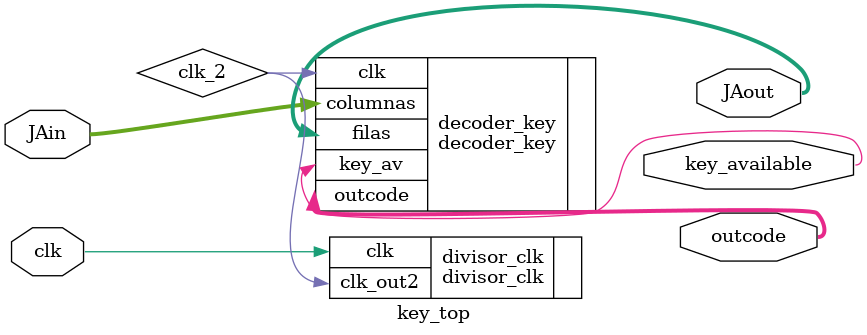
<source format=v>
module key_top
	(
	 input clk,
	 input [2:0] JAin,
	 output [3:0] JAout,
	 output [3:0] outcode,
	 output key_available
	);
 
wire clk_2;

divisor_clk divisor_clk
	(
	.clk(clk),
	.clk_out2(clk_2)
	);

decoder_key decoder_key
	(
	.clk(clk_2),
	.columnas(JAin),
	.outcode(outcode),
	.filas(JAout),
	.key_av(key_available)
	);
endmodule

</source>
